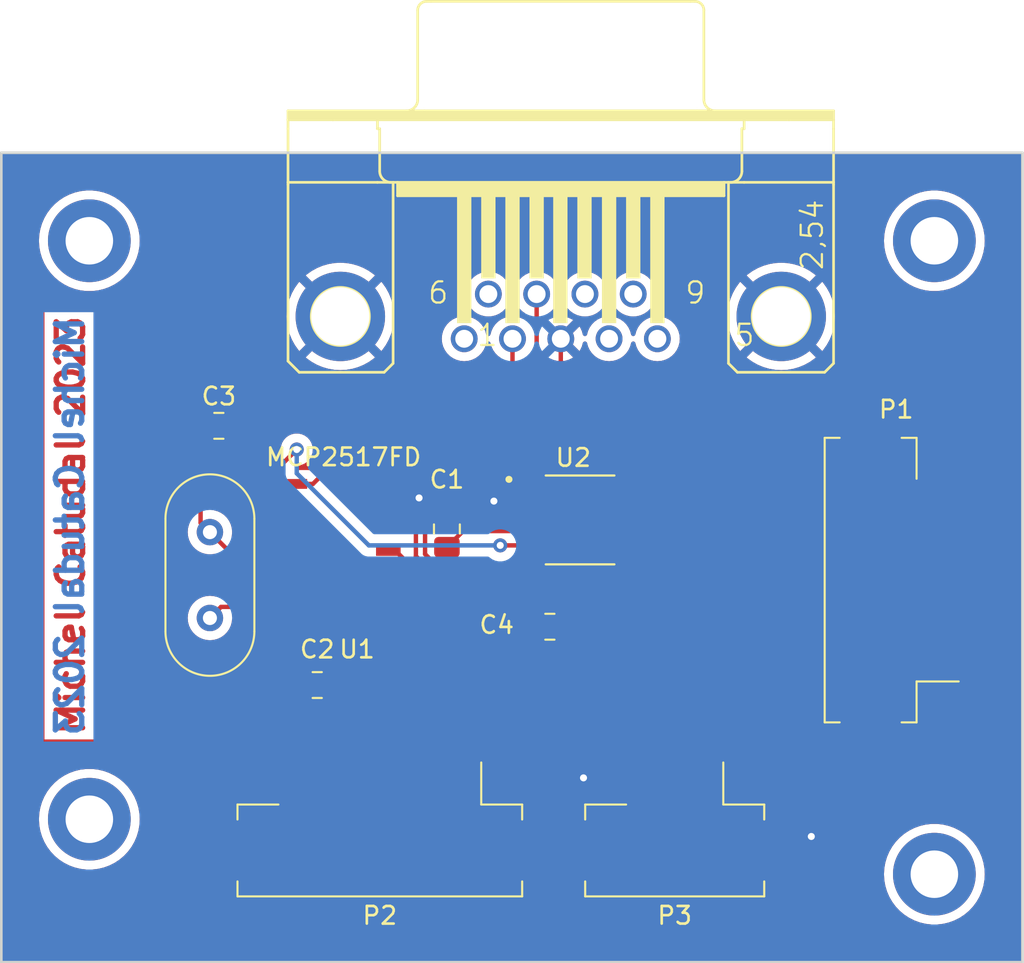
<source format=kicad_pcb>
(kicad_pcb (version 20240108) (generator "pcbnew") (generator_version "8.0")
  (title_block (title "USB MCP2517FD CAN") (date "2023-02-25") (rev "1.0"))
  (layers (0 "F.Cu" signal) (31 "B.Cu" signal) (34 "B.Paste" user) (35 "F.Paste" user) (36 "B.SilkS" user "B.Silkscreen") (37 "F.SilkS" user "F.Silkscreen") (38 "B.Mask" user) (39 "F.Mask" user) (44 "Edge.Cuts" user))
  (net 0 "")
  (net 1 "+3.3V")
  (net 2 "GND")
  (net 3 "Net-(U1-OSC1)")
  (net 4 "Net-(U1-OSC2)")
  (net 5 "Net-(P1-Pin_2)")
  (net 6 "Net-(P1-Pin_3)")
  (net 7 "Net-(P2-Pin_1)")
  (net 8 "Net-(P1-Pin_5)")
  (net 9 "Net-(P2-Pin_2)")
  (net 10 "Net-(U2-CANL)")
  (net 11 "Net-(P2-Pin_3)")
  (net 12 "Net-(P2-Pin_4)")
  (net 13 "Net-(P2-Pin_5)")
  (net 14 "Net-(U2-CANH)")
  (net 17 "Net-(U1-TXCAN)")
  (net 18 "Net-(U1-RXCAN)")
  (net 24 "Net-(P1-Pin_4)")
  (footprint "Capacitor_SMD:C_0805_2012Metric_Pad1.18x1.45mm_HandSolder" (layer "F.Cu") (at 143.1596 113.9354 180)
    (property "Reference" "C4" (at 3.02 0.11 180) (layer "F.SilkS"))
    (property "Value" "0.1uF")
    (fp_line (start -0.261252 0.735) (end 0.261252 0.735) (stroke (width 0.12)) (layer "F.SilkS"))
    (fp_line (start -0.261252 -0.735) (end 0.261252 -0.735) (stroke (width 0.12)) (layer "F.SilkS"))
    (pad "1" smd roundrect (at -1.0375 0 180) (size 1.175 1.45) (layers "F.Cu" "F.Paste" "F.Mask") (roundrect_rratio 0.2127659574) (net 1 "+3.3V"))
    (pad "2" smd roundrect (at 1.0375 0 180) (size 1.175 1.45) (layers "F.Cu" "F.Paste" "F.Mask") (roundrect_rratio 0.2127659574) (net 2 "GND"))
  )
  (footprint "MountingHole:MountingHole_2.7mm_M2.5_DIN965_Pad" (layer "F.Cu") (at 117 92)
    (property "Reference" "H1" (hide yes))
    (property "Value" "MountingHole" (hide yes))
    (pad "1" thru_hole circle (at 0 0) (size 4.7 4.7) (drill 2.7) (layers "*.Cu" "*.Mask"))
  )
  (footprint "MountingHole:MountingHole_2.7mm_M2.5_DIN965_Pad" (layer "F.Cu") (at 165 92)
    (property "Reference" "H2" (hide yes))
    (property "Value" "MountingHole" (hide yes))
    (pad "1" thru_hole circle (at 0 0) (size 4.7 4.7) (drill 2.7) (layers "*.Cu" "*.Mask"))
  )
  (footprint "MountingHole:MountingHole_2.7mm_M2.5_DIN965_Pad" (layer "F.Cu") (at 165 128)
    (property "Reference" "H4" (hide yes))
    (property "Value" "MountingHole" (hide yes))
    (pad "1" thru_hole circle (at 0 0) (size 4.7 4.7) (drill 2.7) (layers "*.Cu" "*.Mask"))
  )
  (footprint "MountingHole:MountingHole_2.7mm_M2.5_DIN965_Pad" (layer "F.Cu") (at 117 124.8768)
    (property "Reference" "H3" (hide yes))
    (property "Value" "MountingHole" (hide yes))
    (pad "1" thru_hole circle (at 0 0) (size 4.7 4.7) (drill 2.7) (layers "*.Cu" "*.Mask"))
  )
  (footprint "catu:F09HP" (layer "F.Cu") (at 143.7796 96.3)
    (property "Reference" "P4" (hide yes))
    (property "Value" "F09HP" (hide yes))
    (fp_line (start -15.494 -11.684) (end -7.747 -11.684) (stroke (width 0.1524)) (layer "F.SilkS"))
    (fp_line (start -15.494 -11.176) (end -15.494 -11.684) (stroke (width 0.1524)) (layer "F.SilkS"))
    (fp_line (start -15.494 -11.176) (end -12.954 -11.176) (stroke (width 0.1524)) (layer "F.SilkS"))
    (fp_line (start -15.494 -10.668) (end -15.494 -11.176) (stroke (width 0.1524)) (layer "F.SilkS"))
    (fp_line (start -15.494 -7.62) (end -15.494 -10.668) (stroke (width 0.1524)) (layer "F.SilkS"))
    (fp_line (start -15.494 -7.62) (end -15.494 -7.493) (stroke (width 0.1524)) (layer "F.SilkS"))
    (fp_line (start -15.494 -7.62) (end -10.414 -7.62) (stroke (width 0.1524)) (layer "F.SilkS"))
    (fp_line (start -15.494 2.54) (end -15.494 -7.493) (stroke (width 0.1524)) (layer "F.SilkS"))
    (fp_line (start -14.859 3.175) (end -15.494 2.54) (stroke (width 0.1524)) (layer "F.SilkS"))
    (fp_line (start -12.954 -11.176) (end -10.414 -11.176) (stroke (width 0.1524)) (layer "F.SilkS"))
    (fp_line (start -10.414 -11.176) (end 10.414 -11.176) (stroke (width 0.1524)) (layer "F.SilkS"))
    (fp_line (start -10.414 -10.668) (end -10.414 -11.176) (stroke (width 0.1524)) (layer "F.SilkS"))
    (fp_line (start -10.414 -10.668) (end -10.287 -10.668) (stroke (width 0.1524)) (layer "F.SilkS"))
    (fp_line (start -10.414 -7.62) (end -9.525 -7.62) (stroke (width 0.1524)) (layer "F.SilkS"))
    (fp_line (start -10.287 -8.255) (end -10.287 -10.668) (stroke (width 0.1524)) (layer "F.SilkS"))
    (fp_line (start -10.033 3.175) (end -14.859 3.175) (stroke (width 0.1524)) (layer "F.SilkS"))
    (fp_line (start -10.033 3.175) (end -9.525 2.667) (stroke (width 0.1524)) (layer "F.SilkS"))
    (fp_line (start -9.525 -7.62) (end -9.271 -7.62) (stroke (width 0.1524)) (layer "F.SilkS"))
    (fp_line (start -9.525 2.667) (end -9.525 -7.62) (stroke (width 0.1524)) (layer "F.SilkS"))
    (fp_line (start -9.271 -7.62) (end -9.271 -6.858) (stroke (width 0.1524)) (layer "F.SilkS"))
    (fp_line (start -9.271 -7.62) (end 9.271 -7.62) (stroke (width 0.1524)) (layer "F.SilkS"))
    (fp_line (start -9.271 -6.858) (end 9.271 -6.858) (stroke (width 0.1524)) (layer "F.SilkS"))
    (fp_line (start -8.128 -12.319) (end -8.128 -17.399) (stroke (width 0.1524)) (layer "F.SilkS"))
    (fp_line (start -7.747 -11.684) (end 7.747 -11.684) (stroke (width 0.1524)) (layer "F.SilkS"))
    (fp_line (start -7.62 -17.907) (end -7.366 -17.907) (stroke (width 0.1524)) (layer "F.SilkS"))
    (fp_line (start -7.366 -17.907) (end 7.366 -17.907) (stroke (width 0.1524)) (layer "F.SilkS"))
    (fp_line (start 7.366 -17.907) (end 7.62 -17.907) (stroke (width 0.1524)) (layer "F.SilkS"))
    (fp_line (start 7.747 -11.684) (end 15.494 -11.684) (stroke (width 0.1524)) (layer "F.SilkS"))
    (fp_line (start 8.128 -12.319) (end 8.128 -17.399) (stroke (width 0.1524)) (layer "F.SilkS"))
    (fp_line (start 9.271 -7.62) (end 9.271 -6.858) (stroke (width 0.1524)) (layer "F.SilkS"))
    (fp_line (start 9.271 -7.62) (end 9.525 -7.62) (stroke (width 0.1524)) (layer "F.SilkS"))
    (fp_line (start 9.525 -7.62) (end 10.414 -7.62) (stroke (width 0.1524)) (layer "F.SilkS"))
    (fp_line (start 9.525 2.667) (end 9.525 -7.62) (stroke (width 0.1524)) (layer "F.SilkS"))
    (fp_line (start 9.525 2.667) (end 10.033 3.175) (stroke (width 0.1524)) (layer "F.SilkS"))
    (fp_line (start 10.033 3.175) (end 14.986 3.175) (stroke (width 0.1524)) (layer "F.SilkS"))
    (fp_line (start 10.287 -10.668) (end 10.414 -10.668) (stroke (width 0.1524)) (layer "F.SilkS"))
    (fp_line (start 10.287 -8.255) (end 10.287 -10.668) (stroke (width 0.1524)) (layer "F.SilkS"))
    (fp_line (start 10.414 -11.176) (end 12.954 -11.176) (stroke (width 0.1524)) (layer "F.SilkS"))
    (fp_line (start 10.414 -10.668) (end 10.414 -11.176) (stroke (width 0.1524)) (layer "F.SilkS"))
    (fp_line (start 10.414 -7.62) (end 15.494 -7.62) (stroke (width 0.1524)) (layer "F.SilkS"))
    (fp_line (start 12.954 -11.176) (end 15.494 -11.176) (stroke (width 0.1524)) (layer "F.SilkS"))
    (fp_line (start 14.986 3.175) (end 15.494 2.667) (stroke (width 0.1524)) (layer "F.SilkS"))
    (fp_line (start 15.494 -11.684) (end 15.494 -11.176) (stroke (width 0.1524)) (layer "F.SilkS"))
    (fp_line (start 15.494 -11.176) (end 15.494 -10.668) (stroke (width 0.1524)) (layer "F.SilkS"))
    (fp_line (start 15.494 -10.668) (end 15.494 -7.62) (stroke (width 0.1524)) (layer "F.SilkS"))
    (fp_line (start 15.494 -7.62) (end 15.494 -7.493) (stroke (width 0.1524)) (layer "F.SilkS"))
    (fp_line (start 15.494 2.667) (end 15.494 -7.493) (stroke (width 0.1524)) (layer "F.SilkS"))
    (fp_arc (start -9.652 -7.62) (mid -10.101013 -7.805987) (end -10.287 -8.255) (stroke (width 0.1524)) (layer "F.SilkS"))
    (fp_arc (start -8.128 -17.399) (mid -7.97921 -17.75821) (end -7.62 -17.907) (stroke (width 0.1524)) (layer "F.SilkS"))
    (fp_arc (start -8.128 -12.319) (mid -8.313987 -11.869987) (end -8.763 -11.684) (stroke (width 0.1524)) (layer "F.SilkS"))
    (fp_arc (start 7.62 -17.907) (mid 7.97921 -17.75821) (end 8.128 -17.399) (stroke (width 0.1524)) (layer "F.SilkS"))
    (fp_arc (start 8.763 -11.684) (mid 8.313987 -11.869987) (end 8.128 -12.319) (stroke (width 0.1524)) (layer "F.SilkS"))
    (fp_arc (start 10.287 -8.255) (mid 10.101013 -7.805987) (end 9.652 -7.62) (stroke (width 0.1524)) (layer "F.SilkS"))
    (fp_circle (center -12.5222 0) (end -10.8712 0) (stroke (width 0.1524)) (fill none) (layer "F.SilkS"))
    (fp_circle (center 12.5222 0) (end 14.1732 0) (stroke (width 0.1524)) (fill none) (layer "F.SilkS"))
    (fp_poly (pts (xy -15.494 -11.176) (xy 15.494 -11.176) (xy 15.494 -11.684) (xy -15.494 -11.684)) (fill solid) (layer "F.SilkS"))
    (fp_poly (pts (xy -9.271 -6.858) (xy 9.271 -6.858) (xy 9.271 -7.62) (xy -9.271 -7.62)) (fill solid) (layer "F.SilkS"))
    (fp_poly (pts (xy -5.8928 0.381) (xy -5.08 0.381) (xy -5.08 -6.858) (xy -5.8928 -6.858)) (fill solid) (layer "F.SilkS"))
    (fp_poly (pts (xy -4.5212 -2.159) (xy -3.7084 -2.159) (xy -3.7084 -6.858) (xy -4.5212 -6.858)) (fill solid) (layer "F.SilkS"))
    (fp_poly (pts (xy -3.1496 0.381) (xy -2.3368 0.381) (xy -2.3368 -6.858) (xy -3.1496 -6.858)) (fill solid) (layer "F.SilkS"))
    (fp_poly (pts (xy -1.778 -2.159) (xy -0.9652 -2.159) (xy -0.9652 -6.858) (xy -1.778 -6.858)) (fill solid) (layer "F.SilkS"))
    (fp_poly (pts (xy -0.4318 0.381) (xy 0.381 0.381) (xy 0.381 -6.858) (xy -0.4318 -6.858)) (fill solid) (layer "F.SilkS"))
    (fp_poly (pts (xy 0.9398 -2.159) (xy 1.7526 -2.159) (xy 1.7526 -6.858) (xy 0.9398 -6.858)) (fill solid) (layer "F.SilkS"))
    (fp_poly (pts (xy 2.3368 0.381) (xy 3.1496 0.381) (xy 3.1496 -6.858) (xy 2.3368 -6.858)) (fill solid) (layer "F.SilkS"))
    (fp_poly (pts (xy 3.7084 -2.159) (xy 4.5212 -2.159) (xy 4.5212 -6.858) (xy 3.7084 -6.858)) (fill solid) (layer "F.SilkS"))
    (fp_poly (pts (xy 5.08 0.381) (xy 5.8928 0.381) (xy 5.8928 -6.858) (xy 5.08 -6.858)) (fill solid) (layer "F.SilkS"))
    (fp_text user "2,54" (at 14.986 -2.54 90) (layer "F.SilkS") (effects (font (size 1.2065 1.2065) (thickness 0.127)) (justify left bottom)))
    (fp_text user "5" (at 9.775 1.775 0) (layer "F.SilkS") (effects (font (size 1.2065 1.2065) (thickness 0.127)) (justify left bottom)))
    (fp_text user "1" (at -4.83 1.775 0) (layer "F.SilkS") (effects (font (size 1.2065 1.2065) (thickness 0.127)) (justify left bottom)))
    (fp_text user "9" (at 6.985 -0.635 0) (layer "F.SilkS") (effects (font (size 1.2065 1.2065) (thickness 0.127)) (justify left bottom)))
    (fp_text user "6" (at -7.62 -0.635 0) (layer "F.SilkS") (effects (font (size 1.2065 1.2065) (thickness 0.127)) (justify left bottom)))
    (pad "1" thru_hole circle (at -5.4864 1.27) (size 1.524 1.524) (drill 1.016) (layers "*.Cu" "*.Mask"))
    (pad "2" thru_hole circle (at -2.7432 1.27) (size 1.524 1.524) (drill 1.016) (layers "*.Cu" "*.Mask") (net 10 "Net-(U2-CANL)"))
    (pad "3" thru_hole circle (at 0 1.27) (size 1.524 1.524) (drill 1.016) (layers "*.Cu" "*.Mask") (net 2 "GND"))
    (pad "4" thru_hole circle (at 2.7432 1.27) (size 1.524 1.524) (drill 1.016) (layers "*.Cu" "*.Mask"))
    (pad "5" thru_hole circle (at 5.4864 1.27) (size 1.524 1.524) (drill 1.016) (layers "*.Cu" "*.Mask"))
    (pad "6" thru_hole circle (at -4.1148 -1.27) (size 1.524 1.524) (drill 1.016) (layers "*.Cu" "*.Mask"))
    (pad "7" thru_hole circle (at -1.3716 -1.27) (size 1.524 1.524) (drill 1.016) (layers "*.Cu" "*.Mask") (net 14 "Net-(U2-CANH)"))
    (pad "8" thru_hole circle (at 1.3716 -1.27) (size 1.524 1.524) (drill 1.016) (layers "*.Cu" "*.Mask"))
    (pad "9" thru_hole circle (at 4.1148 -1.27) (size 1.524 1.524) (drill 1.016) (layers "*.Cu" "*.Mask"))
    (pad "G1" thru_hole circle (at -12.5222 0) (size 5.08 5.08) (drill 3.302) (layers "*.Cu" "*.Mask") (net 2 "GND"))
    (pad "G2" thru_hole circle (at 12.5222 0) (size 5.08 5.08) (drill 3.302) (layers "*.Cu" "*.Mask") (net 2 "GND"))
  )
  (footprint "catu:SOIC127P599X175-8N" (layer "F.Cu") (at 144.8746 107.8654)
    (property "Reference" "U2" (at -0.385 -3.537 0) (layer "F.SilkS"))
    (property "Value" "SN65HVD234D")
    (fp_line (start -1.95 -2.525) (end 1.95 -2.525) (stroke (width 0.127)) (layer "F.SilkS"))
    (fp_line (start -1.95 2.525) (end 1.95 2.525) (stroke (width 0.127)) (layer "F.SilkS"))
    (fp_circle (center -4.04 -2.305) (end -3.94 -2.305) (stroke (width 0.2)) (fill none) (layer "F.SilkS"))
    (pad "1" smd roundrect (at -2.47 -1.905) (size 1.97 0.6) (layers "F.Cu" "F.Paste" "F.Mask") (roundrect_rratio 0.07) (net 17 "Net-(U1-TXCAN)"))
    (pad "2" smd roundrect (at -2.47 -0.635) (size 1.97 0.6) (layers "F.Cu" "F.Paste" "F.Mask") (roundrect_rratio 0.07) (net 2 "GND"))
    (pad "3" smd roundrect (at -2.47 0.635) (size 1.97 0.6) (layers "F.Cu" "F.Paste" "F.Mask") (roundrect_rratio 0.07) (net 1 "+3.3V"))
    (pad "4" smd roundrect (at -2.47 1.905) (size 1.97 0.6) (layers "F.Cu" "F.Paste" "F.Mask") (roundrect_rratio 0.07) (net 18 "Net-(U1-RXCAN)"))
    (pad "5" smd roundrect (at 2.47 1.905) (size 1.97 0.6) (layers "F.Cu" "F.Paste" "F.Mask") (roundrect_rratio 0.07) (net 1 "+3.3V"))
    (pad "6" smd roundrect (at 2.47 0.635) (size 1.97 0.6) (layers "F.Cu" "F.Paste" "F.Mask") (roundrect_rratio 0.07) (net 10 "Net-(U2-CANL)"))
    (pad "7" smd roundrect (at 2.47 -0.635) (size 1.97 0.6) (layers "F.Cu" "F.Paste" "F.Mask") (roundrect_rratio 0.07) (net 14 "Net-(U2-CANH)"))
    (pad "8" smd roundrect (at 2.47 -1.905) (size 1.97 0.6) (layers "F.Cu" "F.Paste" "F.Mask") (roundrect_rratio 0.07) (net 2 "GND"))
  )
  (footprint "Capacitor_SMD:C_0805_2012Metric_Pad1.18x1.45mm_HandSolder" (layer "F.Cu") (at 137.3106 108.3809 90)
    (property "Reference" "C1" (at 2.8155 0 180) (layer "F.SilkS"))
    (property "Value" "0.1uF")
    (fp_line (start -0.261252 -0.735) (end 0.261252 -0.735) (stroke (width 0.12)) (layer "F.SilkS"))
    (fp_line (start -0.261252 0.735) (end 0.261252 0.735) (stroke (width 0.12)) (layer "F.SilkS"))
    (pad "1" smd roundrect (at -1.0375 0 90) (size 1.175 1.45) (layers "F.Cu" "F.Paste" "F.Mask") (roundrect_rratio 0.2127659574) (net 1 "+3.3V"))
    (pad "2" smd roundrect (at 1.0375 0 90) (size 1.175 1.45) (layers "F.Cu" "F.Paste" "F.Mask") (roundrect_rratio 0.2127659574) (net 2 "GND"))
  )
  (footprint "Capacitor_SMD:C_0805_2012Metric_Pad1.18x1.45mm_HandSolder" (layer "F.Cu") (at 124.3566 102.5174)
    (property "Reference" "C3" (at 0 -1.68 0) (layer "F.SilkS"))
    (property "Value" "22pF")
    (fp_line (start -0.261252 -0.735) (end 0.261252 -0.735) (stroke (width 0.12)) (layer "F.SilkS"))
    (fp_line (start -0.261252 0.735) (end 0.261252 0.735) (stroke (width 0.12)) (layer "F.SilkS"))
    (pad "1" smd roundrect (at -1.0375 0) (size 1.175 1.45) (layers "F.Cu" "F.Paste" "F.Mask") (roundrect_rratio 0.2127659574) (net 4 "Net-(U1-OSC2)"))
    (pad "2" smd roundrect (at 1.0375 0) (size 1.175 1.45) (layers "F.Cu" "F.Paste" "F.Mask") (roundrect_rratio 0.2127659574) (net 2 "GND"))
  )
  (footprint "Connector_JST:JST_PH_B6B-PH-SM4-TB_1x06-1MP_P2.00mm_Vertical" (layer "F.Cu") (at 133.5 124.9 180)
    (property "Reference" "P2" (at 0 -5.45 0) (layer "F.SilkS"))
    (property "Value" "GPIOS1")
    (fp_line (start 8.085 0.86) (end 5.76 0.86) (stroke (width 0.12)) (layer "F.SilkS"))
    (fp_line (start 8.085 0.01) (end 8.085 0.86) (stroke (width 0.12)) (layer "F.SilkS"))
    (fp_line (start 8.085 -4.36) (end 8.085 -3.51) (stroke (width 0.12)) (layer "F.SilkS"))
    (fp_line (start -5.76 0.86) (end -5.76 3.25) (stroke (width 0.12)) (layer "F.SilkS"))
    (fp_line (start -8.085 0.86) (end -5.76 0.86) (stroke (width 0.12)) (layer "F.SilkS"))
    (fp_line (start -8.085 0.01) (end -8.085 0.86) (stroke (width 0.12)) (layer "F.SilkS"))
    (fp_line (start -8.085 -3.51) (end -8.085 -4.36) (stroke (width 0.12)) (layer "F.SilkS"))
    (fp_line (start -8.085 -4.36) (end 8.085 -4.36) (stroke (width 0.12)) (layer "F.SilkS"))
    (pad "1" smd roundrect (at -5 0.5 180) (size 1 5.5) (layers "F.Cu" "F.Paste" "F.Mask") (net 7 "Net-(P2-Pin_1)"))
    (pad "2" smd roundrect (at -3 0.5 180) (size 1 5.5) (layers "F.Cu" "F.Paste" "F.Mask") (net 9 "Net-(P2-Pin_2)"))
    (pad "3" smd roundrect (at -1 0.5 180) (size 1 5.5) (layers "F.Cu" "F.Paste" "F.Mask") (net 11 "Net-(P2-Pin_3)"))
    (pad "4" smd roundrect (at 1 0.5 180) (size 1 5.5) (layers "F.Cu" "F.Paste" "F.Mask") (net 12 "Net-(P2-Pin_4)"))
    (pad "5" smd roundrect (at 3 0.5 180) (size 1 5.5) (layers "F.Cu" "F.Paste" "F.Mask") (net 13 "Net-(P2-Pin_5)"))
    (pad "6" smd roundrect (at 5 0.5 180) (size 1 5.5) (layers "F.Cu" "F.Paste" "F.Mask") (net 2 "GND"))
    (pad "MP" smd roundrect (at -7.4 -1.75 180) (size 1.6 3) (layers "F.Cu" "F.Paste" "F.Mask") (roundrect_rratio 0.15625) (net 2 "GND"))
    (pad "MP" smd roundrect (at 7.4 -1.75 180) (size 1.6 3) (layers "F.Cu" "F.Paste" "F.Mask") (roundrect_rratio 0.15625) (net 2 "GND"))
  )
  (footprint "Crystal:Crystal_HC49-4H_Vertical" (layer "F.Cu") (at 123.8486 108.5594 -90)
    (property "Reference" "Y1" (hide yes))
    (property "Value" "16Mhz")
    (fp_line (start -0.76 2.525) (end 5.64 2.525) (stroke (width 0.12)) (layer "F.SilkS"))
    (fp_line (start -0.76 -2.525) (end 5.64 -2.525) (stroke (width 0.12)) (layer "F.SilkS"))
    (fp_arc (start -0.76 2.525) (mid -3.285 0) (end -0.76 -2.525) (stroke (width 0.12)) (layer "F.SilkS"))
    (fp_arc (start 5.64 -2.525) (mid 8.165 0) (end 5.64 2.525) (stroke (width 0.12)) (layer "F.SilkS"))
    (pad "1" thru_hole circle (at 0 0 270) (size 1.5 1.5) (drill 0.8) (layers "*.Cu" "*.Mask") (net 4 "Net-(U1-OSC2)"))
    (pad "2" thru_hole circle (at 4.88 0 270) (size 1.5 1.5) (drill 0.8) (layers "*.Cu" "*.Mask") (net 3 "Net-(U1-OSC1)"))
  )
  (footprint "Connector_JST:JST_PH_B6B-PH-SM4-TB_1x06-1MP_P2.00mm_Vertical" (layer "F.Cu") (at 163.1296 111.2854 90)
    (property "Reference" "P1" (at 9.7 -0.3 180) (layer "F.SilkS"))
    (property "Value" "SPI")
    (fp_line (start 8.085 -4.36) (end 8.085 -3.51) (stroke (width 0.12)) (layer "F.SilkS"))
    (fp_line (start -8.085 -4.36) (end 8.085 -4.36) (stroke (width 0.12)) (layer "F.SilkS"))
    (fp_line (start -8.085 -3.51) (end -8.085 -4.36) (stroke (width 0.12)) (layer "F.SilkS"))
    (fp_line (start 8.085 0.01) (end 8.085 0.86) (stroke (width 0.12)) (layer "F.SilkS"))
    (fp_line (start -8.085 0.01) (end -8.085 0.86) (stroke (width 0.12)) (layer "F.SilkS"))
    (fp_line (start 8.085 0.86) (end 5.76 0.86) (stroke (width 0.12)) (layer "F.SilkS"))
    (fp_line (start -5.76 0.86) (end -5.76 3.25) (stroke (width 0.12)) (layer "F.SilkS"))
    (fp_line (start -8.085 0.86) (end -5.76 0.86) (stroke (width 0.12)) (layer "F.SilkS"))
    (pad "1" smd roundrect (at -5 0.5 90) (size 1 5.5) (layers "F.Cu" "F.Paste" "F.Mask") (net 1 "+3.3V"))
    (pad "2" smd roundrect (at -3 0.5 90) (size 1 5.5) (layers "F.Cu" "F.Paste" "F.Mask") (net 5 "Net-(P1-Pin_2)"))
    (pad "3" smd roundrect (at -1 0.5 90) (size 1 5.5) (layers "F.Cu" "F.Paste" "F.Mask") (net 6 "Net-(P1-Pin_3)"))
    (pad "4" smd roundrect (at 1 0.5 90) (size 1 5.5) (layers "F.Cu" "F.Paste" "F.Mask") (net 24 "Net-(P1-Pin_4)"))
    (pad "5" smd roundrect (at 3 0.5 90) (size 1 5.5) (layers "F.Cu" "F.Paste" "F.Mask") (net 8 "Net-(P1-Pin_5)"))
    (pad "6" smd roundrect (at 5 0.5 90) (size 1 5.5) (layers "F.Cu" "F.Paste" "F.Mask") (net 2 "GND"))
    (pad "MP" smd roundrect (at -7.4 -1.75 90) (size 1.6 3) (layers "F.Cu" "F.Paste" "F.Mask") (roundrect_rratio 0.15625) (net 2 "GND"))
    (pad "MP" smd roundrect (at 7.4 -1.75 90) (size 1.6 3) (layers "F.Cu" "F.Paste" "F.Mask") (roundrect_rratio 0.15625) (net 2 "GND"))
  )
  (footprint "catu:MCP2518FD" (layer "F.Cu") (at 131.3289 109.6294)
    (property "Reference" "U1" (at 0.8763 5.588 0) (layer "F.SilkS"))
    (property "Value" "MCP2517FD" (at 0.1143 -5.334 0) (layer "F.SilkS"))
    (pad "1" smd rect (at -2.6543 -3.81) (size 1.397 0.5588) (layers "F.Cu" "F.Paste" "F.Mask") (net 17 "Net-(U1-TXCAN)"))
    (pad "2" smd rect (at -2.6543 -2.54) (size 1.397 0.5588) (layers "F.Cu" "F.Paste" "F.Mask") (net 18 "Net-(U1-RXCAN)"))
    (pad "3" smd rect (at -2.6543 -1.27) (size 1.397 0.5588) (layers "F.Cu" "F.Paste" "F.Mask"))
    (pad "4" smd rect (at -2.6543 0) (size 1.397 0.5588) (layers "F.Cu" "F.Paste" "F.Mask") (net 11 "Net-(P2-Pin_3)"))
    (pad "5" smd rect (at -2.6543 1.27) (size 1.397 0.5588) (layers "F.Cu" "F.Paste" "F.Mask") (net 4 "Net-(U1-OSC2)"))
    (pad "6" smd rect (at -2.6543 2.54) (size 1.397 0.5588) (layers "F.Cu" "F.Paste" "F.Mask") (net 3 "Net-(U1-OSC1)"))
    (pad "7" smd rect (at -2.6543 3.81) (size 1.397 0.5588) (layers "F.Cu" "F.Paste" "F.Mask") (net 2 "GND"))
    (pad "8" smd rect (at 2.6543 3.81) (size 1.397 0.5588) (layers "F.Cu" "F.Paste" "F.Mask") (net 9 "Net-(P2-Pin_2)"))
    (pad "9" smd rect (at 2.6543 2.54) (size 1.397 0.5588) (layers "F.Cu" "F.Paste" "F.Mask") (net 7 "Net-(P2-Pin_1)"))
    (pad "10" smd rect (at 2.6543 1.27) (size 1.397 0.5588) (layers "F.Cu" "F.Paste" "F.Mask") (net 5 "Net-(P1-Pin_2)"))
    (pad "11" smd rect (at 2.6543 0) (size 1.397 0.5588) (layers "F.Cu" "F.Paste" "F.Mask") (net 6 "Net-(P1-Pin_3)"))
    (pad "12" smd rect (at 2.6543 -1.27) (size 1.397 0.5588) (layers "F.Cu" "F.Paste" "F.Mask") (net 24 "Net-(P1-Pin_4)"))
    (pad "13" smd rect (at 2.6543 -2.54) (size 1.397 0.5588) (layers "F.Cu" "F.Paste" "F.Mask") (net 8 "Net-(P1-Pin_5)"))
    (pad "14" smd rect (at 2.6543 -3.81) (size 1.397 0.5588) (layers "F.Cu" "F.Paste" "F.Mask") (net 1 "+3.3V"))
  )
  (footprint "Capacitor_SMD:C_0805_2012Metric_Pad1.18x1.45mm_HandSolder" (layer "F.Cu") (at 129.9446 117.2494 180)
    (property "Reference" "C2" (at 0 2.032 0) (layer "F.SilkS"))
    (property "Value" "22pF")
    (fp_line (start -0.261252 0.735) (end 0.261252 0.735) (stroke (width 0.12)) (layer "F.SilkS"))
    (fp_line (start -0.261252 -0.735) (end 0.261252 -0.735) (stroke (width 0.12)) (layer "F.SilkS"))
    (pad "1" smd roundrect (at -1.0375 0 180) (size 1.175 1.45) (layers "F.Cu" "F.Paste" "F.Mask") (roundrect_rratio 0.2127659574) (net 3 "Net-(U1-OSC1)"))
    (pad "2" smd roundrect (at 1.0375 0 180) (size 1.175 1.45) (layers "F.Cu" "F.Paste" "F.Mask") (roundrect_rratio 0.2127659574) (net 2 "GND"))
  )
  (footprint "Connector_JST:JST_PH_B3B-PH-SM4-TB_1x03-1MP_P2.00mm_Vertical" (layer "F.Cu") (at 150.25 124.9 180)
    (property "Reference" "P3" (at 0 -5.45 0) (layer "F.SilkS"))
    (property "Value" "GPIOS2")
    (fp_line (start 5.085 0.86) (end 2.76 0.86) (stroke (width 0.12)) (layer "F.SilkS"))
    (fp_line (start 5.085 0.01) (end 5.085 0.86) (stroke (width 0.12)) (layer "F.SilkS"))
    (fp_line (start 5.085 -4.36) (end 5.085 -3.51) (stroke (width 0.12)) (layer "F.SilkS"))
    (fp_line (start -2.76 0.86) (end -2.76 3.25) (stroke (width 0.12)) (layer "F.SilkS"))
    (fp_line (start -5.085 0.86) (end -2.76 0.86) (stroke (width 0.12)) (layer "F.SilkS"))
    (fp_line (start -5.085 0.01) (end -5.085 0.86) (stroke (width 0.12)) (layer "F.SilkS"))
    (fp_line (start -5.085 -3.51) (end -5.085 -4.36) (stroke (width 0.12)) (layer "F.SilkS"))
    (fp_line (start -5.085 -4.36) (end 5.085 -4.36) (stroke (width 0.12)) (layer "F.SilkS"))
    (pad "1" smd roundrect (at -2 0.5 180) (size 1 5.5) (layers "F.Cu" "F.Paste" "F.Mask") (net 12 "Net-(P2-Pin_4)"))
    (pad "2" smd roundrect (at 0 0.5 180) (size 1 5.5) (layers "F.Cu" "F.Paste" "F.Mask") (net 13 "Net-(P2-Pin_5)"))
    (pad "3" smd roundrect (at 2 0.5 180) (size 1 5.5) (layers "F.Cu" "F.Paste" "F.Mask") (net 2 "GND"))
    (pad "MP" smd roundrect (at -4.4 -1.75 180) (size 1.6 3) (layers "F.Cu" "F.Paste" "F.Mask") (roundrect_rratio 0.15625) (net 2 "GND"))
    (pad "MP" smd roundrect (at 4.4 -1.75 180) (size 1.6 3) (layers "F.Cu" "F.Paste" "F.Mask") (roundrect_rratio 0.15625) (net 2 "GND"))
  )
  (gr_line (start 112 133) (end 170 133) (stroke (width 0.15)) (layer "Edge.Cuts"))
  (gr_line (start 112 133) (end 112 87) (stroke (width 0.15)) (layer "Edge.Cuts"))
  (gr_line (start 170 133) (end 170 87) (stroke (width 0.15)) (layer "Edge.Cuts"))
  (gr_line (start 112 87) (end 170 87) (stroke (width 0.15)) (layer "Edge.Cuts"))
  (gr_text "Michel Catudal 2023" (at 115.9396 108.1754 90) (layer "F.Cu") (effects (font (size 1.5 1.5) (thickness 0.3))))
  (gr_text "Michel Catudal 2023" (at 115.8896 108.2254 90) (layer "B.Cu") (effects (font (size 1.5 1.5) (thickness 0.3)) (justify mirror)))
  (segment (start 138.5932 108.5004) (end 138.4109 108.3181) (width 0.25) (layer "F.Cu") (net 1))
  (segment (start 145.3896 108.5004) (end 142.4046 108.5004) (width 0.25) (layer "F.Cu") (net 1))
  (segment (start 166.3546 107.4045) (end 166.7291 107.779) (width 0.25) (layer "F.Cu") (net 1))
  (segment (start 165.2373 116.2854) (end 163.6296 116.2854) (width 0.25) (layer "F.Cu") (net 1))
  (segment (start 163.6296 116.2854) (end 146.5471 116.2854) (width 0.25) (layer "F.Cu") (net 1))
  (segment (start 137.4997 105.8194) (end 138.4109 106.7306) (width 0.25) (layer "F.Cu") (net 1))
  (segment (start 142.4046 108.5004) (end 138.5932 108.5004) (width 0.25) (layer "F.Cu") (net 1))
  (segment (start 147.3446 109.7704) (end 147.7975 109.7704) (width 0.25) (layer "F.Cu") (net 1))
  (segment (start 147.3446 109.7704) (end 146.6596 109.7704) (width 0.25) (layer "F.Cu") (net 1))
  (segment (start 166.7291 114.7936) (end 165.2373 116.2854) (width 0.25) (layer "F.Cu") (net 1))
  (segment (start 138.4109 106.7306) (end 138.4109 108.3181) (width 0.25) (layer "F.Cu") (net 1))
  (segment (start 150.1634 107.4045) (end 166.3546 107.4045) (width 0.25) (layer "F.Cu") (net 1))
  (segment (start 138.4109 108.3181) (end 137.3106 109.4184) (width 0.25) (layer "F.Cu") (net 1))
  (segment (start 133.9832 105.8194) (end 137.4997 105.8194) (width 0.25) (layer "F.Cu") (net 1))
  (segment (start 166.7291 107.779) (end 166.7291 114.7936) (width 0.25) (layer "F.Cu") (net 1))
  (segment (start 146.5471 116.2854) (end 144.1971 113.9354) (width 0.25) (layer "F.Cu") (net 1))
  (segment (start 147.7975 109.7704) (end 150.1634 107.4045) (width 0.25) (layer "F.Cu") (net 1))
  (segment (start 146.6596 109.7704) (end 145.3896 108.5004) (width 0.25) (layer "F.Cu") (net 1))
  (segment (start 145.85 126.65) (end 148.1 124.4) (width 0.25) (layer "F.Cu") (net 2))
  (segment (start 140.4146 107.2304) (end 142.4046 107.2304) (width 0.25) (layer "F.Cu") (net 2))
  (segment (start 128.9071 117.2494) (end 128.5 117.6565) (width 0.25) (layer "F.Cu") (net 2))
  (segment (start 128.6746 117.0169) (end 128.9071 117.2494) (width 0.25) (layer "F.Cu") (net 2))
  (segment (start 140.9 126.65) (end 145.85 126.65) (width 0.25) (layer "F.Cu") (net 2))
  (segment (start 135.7296 106.6154) (end 135.8896 106.6254) (width 0.25) (layer "F.Cu") (net 2))
  (segment (start 146.8942 124.4) (end 145.0696 122.5254) (width 0.25) (layer "F.Cu") (net 2))
  (segment (start 148.25 124.4) (end 146.8942 124.4) (width 0.25) (layer "F.Cu") (net 2))
  (segment (start 128.5 117.6565) (end 128.5 124.4) (width 0.25) (layer "F.Cu") (net 2))
  (segment (start 137.3106 107.3434) (end 136.6076 107.3434) (width 0.25) (layer "F.Cu") (net 2))
  (segment (start 143.7796 102.3954) (end 143.7796 97.57) (width 0.25) (layer "F.Cu") (net 2))
  (segment (start 147.3446 105.9604) (end 143.7796 102.3954) (width 0.25) (layer "F.Cu") (net 2))
  (segment (start 158.0096 125.8554) (end 155.4446 125.8554) (width 0.25) (layer "F.Cu") (net 2))
  (segment (start 155.4446 125.8554) (end 154.65 126.65) (width 0.25) (layer "F.Cu") (net 2))
  (segment (start 145.0696 122.5254) (end 145.1796 122.6854) (width 0.25) (layer "F.Cu") (net 2))
  (segment (start 128.6746 113.4394) (end 128.6746 117.0169) (width 0.25) (layer "F.Cu") (net 2))
  (segment (start 139.9796 106.7954) (end 140.4146 107.2304) (width 0.25) (layer "F.Cu") (net 2))
  (segment (start 148.1 124.4) (end 148.25 124.4) (width 0.25) (layer "F.Cu") (net 2))
  (segment (start 136.6076 107.3434) (end 135.7296 106.6154) (width 0.25) (layer "F.Cu") (net 2))
  (via (at 139.9796 106.7954) (size 0.8) (drill 0.4) (layers "F.Cu" "B.Cu") (net 2))
  (via (at 158.0096 125.8554) (size 0.8) (drill 0.4) (layers "F.Cu" "B.Cu") (net 2))
  (via (at 135.7296 106.6154) (size 0.8) (drill 0.4) (layers "F.Cu" "B.Cu") (net 2))
  (via (at 145.0696 122.5254) (size 0.8) (drill 0.4) (layers "F.Cu" "B.Cu") (net 2))
  (segment (start 135.7296 106.6154) (end 139.9196 106.6154) (width 0.25) (layer "B.Cu") (net 2))
  (segment (start 139.9196 106.6154) (end 139.9796 106.7954) (width 0.25) (layer "B.Cu") (net 2))
  (segment (start 145.0696 122.5254) (end 154.6796 122.5254) (width 0.25) (layer "B.Cu") (net 2))
  (segment (start 139.9796 106.7954) (end 139.9496 106.6454) (width 0.25) (layer "B.Cu") (net 2))
  (segment (start 154.6796 122.5254) (end 158.0096 125.8554) (width 0.25) (layer "B.Cu") (net 2))
  (segment (start 127.6492 112.1694) (end 127.6492 112.7644) (width 0.25) (layer "F.Cu") (net 3))
  (segment (start 124.4804 112.8076) (end 123.8486 113.4394) (width 0.25) (layer "F.Cu") (net 3))
  (segment (start 127.606 112.8076) (end 124.4804 112.8076) (width 0.25) (layer "F.Cu") (net 3))
  (segment (start 130.9821 114.2545) (end 130.9821 117.2494) (width 0.25) (layer "F.Cu") (net 3))
  (segment (start 127.606 112.8076) (end 129.5352 112.8076) (width 0.25) (layer "F.Cu") (net 3))
  (segment (start 127.6492 112.7644) (end 127.606 112.8076) (width 0.25) (layer "F.Cu") (net 3))
  (segment (start 128.6746 112.1694) (end 127.6492 112.1694) (width 0.25) (layer "F.Cu") (net 3))
  (segment (start 129.5352 112.8076) (end 130.9821 114.2545) (width 0.25) (layer "F.Cu") (net 3))
  (segment (start 126.1886 110.8994) (end 123.8486 108.5594) (width 0.25) (layer "F.Cu") (net 4))
  (segment (start 128.6746 110.8994) (end 126.1886 110.8994) (width 0.25) (layer "F.Cu") (net 4))
  (segment (start 123.3191 102.5174) (end 123.3191 108.0299) (width 0.25) (layer "F.Cu") (net 4))
  (segment (start 123.3191 108.0299) (end 123.8486 108.5594) (width 0.25) (layer "F.Cu") (net 4))
  (segment (start 154.0549 114.2854) (end 163.6296 114.2854) (width 0.25) (layer "F.Cu") (net 5))
  (segment (start 133.9832 110.8994) (end 135.0086 110.8994) (width 0.25) (layer "F.Cu") (net 5))
  (segment (start 135.0086 110.8994) (end 136.919 112.8098) (width 0.25) (layer "F.Cu") (net 5))
  (segment (start 136.919 112.8098) (end 152.5793 112.8098) (width 0.25) (layer "F.Cu") (net 5))
  (segment (start 152.5793 112.8098) (end 154.0549 114.2854) (width 0.25) (layer "F.Cu") (net 5))
  (segment (start 137.0583 112.2854) (end 163.6296 112.2854) (width 0.25) (layer "F.Cu") (net 6))
  (segment (start 134.4023 109.6294) (end 137.0583 112.2854) (width 0.25) (layer "F.Cu") (net 6))
  (segment (start 133.9832 109.6294) (end 134.4023 109.6294) (width 0.25) (layer "F.Cu") (net 6))
  (segment (start 138.5 115.6608) (end 138.5 124.4) (width 0.25) (layer "F.Cu") (net 7))
  (segment (start 135.0086 112.1694) (end 138.5 115.6608) (width 0.25) (layer "F.Cu") (net 7))
  (segment (start 133.9832 112.1694) (end 135.0086 112.1694) (width 0.25) (layer "F.Cu") (net 7))
  (segment (start 135.0086 107.0894) (end 136.0696 108.1504) (width 0.25) (layer "F.Cu") (net 8))
  (segment (start 155.8807 108.2854) (end 163.6296 108.2854) (width 0.25) (layer "F.Cu") (net 8))
  (segment (start 136.6698 110.4084) (end 153.7577 110.4084) (width 0.25) (layer "F.Cu") (net 8))
  (segment (start 136.0696 109.8082) (end 136.6698 110.4084) (width 0.25) (layer "F.Cu") (net 8))
  (segment (start 133.9832 107.0894) (end 135.0086 107.0894) (width 0.25) (layer "F.Cu") (net 8))
  (segment (start 136.0696 108.1504) (end 136.0696 109.8082) (width 0.25) (layer "F.Cu") (net 8))
  (segment (start 153.7577 110.4084) (end 155.8807 108.2854) (width 0.25) (layer "F.Cu") (net 8))
  (segment (start 135.0086 113.4394) (end 136.5 114.9308) (width 0.25) (layer "F.Cu") (net 9))
  (segment (start 133.9832 113.4394) (end 135.0086 113.4394) (width 0.25) (layer "F.Cu") (net 9))
  (segment (start 136.5 114.9308) (end 136.5 124.4) (width 0.25) (layer "F.Cu") (net 9))
  (segment (start 146.8837 108.5004) (end 141.0364 102.6531) (width 0.25) (layer "F.Cu") (net 10))
  (segment (start 141.0364 102.6531) (end 141.0364 97.57) (width 0.25) (layer "F.Cu") (net 10))
  (segment (start 147.3446 108.5004) (end 146.8837 108.5004) (width 0.25) (layer "F.Cu") (net 10))
  (segment (start 129.7 112.0476) (end 129.7 109.6294) (width 0.25) (layer "F.Cu") (net 11))
  (segment (start 128.6746 109.6294) (end 129.7 109.6294) (width 0.25) (layer "F.Cu") (net 11))
  (segment (start 134.5 124.4) (end 134.5 116.8476) (width 0.25) (layer "F.Cu") (net 11))
  (segment (start 134.5 116.8476) (end 129.7 112.0476) (width 0.25) (layer "F.Cu") (net 11))
  (segment (start 138.9923 127.5009) (end 139.3907 127.1025) (width 0.25) (layer "F.Cu") (net 12))
  (segment (start 134.0337 127.5009) (end 138.9923 127.5009) (width 0.25) (layer "F.Cu") (net 12))
  (segment (start 150.8085 121.311) (end 152.25 122.7525) (width 0.25) (layer "F.Cu") (net 12))
  (segment (start 139.3907 127.1025) (end 139.3907 125.5358) (width 0.25) (layer "F.Cu") (net 12))
  (segment (start 143.6155 121.311) (end 150.8085 121.311) (width 0.25) (layer "F.Cu") (net 12))
  (segment (start 132.5 124.4) (end 132.5 125.9672) (width 0.25) (layer "F.Cu") (net 12))
  (segment (start 132.5 125.9672) (end 134.0337 127.5009) (width 0.25) (layer "F.Cu") (net 12))
  (segment (start 152.25 122.7525) (end 152.25 124.4) (width 0.25) (layer "F.Cu") (net 12))
  (segment (start 139.3907 125.5358) (end 143.6155 121.311) (width 0.25) (layer "F.Cu") (net 12))
  (segment (start 130.5 124.4) (end 130.5 126.0343) (width 0.25) (layer "F.Cu") (net 13))
  (segment (start 150.25 126.0631) (end 150.25 124.4) (width 0.25) (layer "F.Cu") (net 13))
  (segment (start 132.9483 128.4826) (end 147.8305 128.4826) (width 0.25) (layer "F.Cu") (net 13))
  (segment (start 130.5 126.0343) (end 132.9483 128.4826) (width 0.25) (layer "F.Cu") (net 13))
  (segment (start 147.8305 128.4826) (end 150.25 126.0631) (width 0.25) (layer "F.Cu") (net 13))
  (segment (start 147.3446 107.2304) (end 146.8642 107.2304) (width 0.25) (layer "F.Cu") (net 14))
  (segment (start 142.408 102.7742) (end 142.408 95.03) (width 0.25) (layer "F.Cu") (net 14))
  (segment (start 146.8642 107.2304) (end 142.408 102.7742) (width 0.25) (layer "F.Cu") (net 14))
  (segment (start 129.7 105.8194) (end 130.3064 105.213) (width 0.25) (layer "F.Cu") (net 17))
  (segment (start 130.3064 105.213) (end 141.6572 105.213) (width 0.25) (layer "F.Cu") (net 17))
  (segment (start 141.6572 105.213) (end 142.4046 105.9604) (width 0.25) (layer "F.Cu") (net 17))
  (segment (start 128.6746 105.8194) (end 129.7 105.8194) (width 0.25) (layer "F.Cu") (net 17))
  (segment (start 140.3394 109.3127) (end 141.9469 109.3127) (width 0.25) (layer "F.Cu") (net 18))
  (segment (start 141.9469 109.3127) (end 142.4046 109.7704) (width 0.25) (layer "F.Cu") (net 18))
  (segment (start 128.6746 107.0894) (end 127.6492 107.0894) (width 0.25) (layer "F.Cu") (net 18))
  (segment (start 127.6492 104.9951) (end 128.7808 103.8635) (width 0.25) (layer "F.Cu") (net 18))
  (segment (start 127.6492 107.0894) (end 127.6492 104.9951) (width 0.25) (layer "F.Cu") (net 18))
  (via (at 140.3394 109.3127) (size 0.8) (drill 0.4) (layers "F.Cu" "B.Cu") (net 18))
  (via (at 128.7808 103.8635) (size 0.8) (drill 0.4) (layers "F.Cu" "B.Cu") (net 18))
  (segment (start 132.8769 109.3127) (end 140.3394 109.3127) (width 0.25) (layer "B.Cu") (net 18))
  (segment (start 128.7808 105.2166) (end 132.8769 109.3127) (width 0.25) (layer "B.Cu") (net 18))
  (segment (start 128.7808 103.8635) (end 128.7808 105.2166) (width 0.25) (layer "B.Cu") (net 18))
  (segment (start 133.9832 108.3594) (end 135.3236 108.3594) (width 0.25) (layer "F.Cu") (net 24))
  (segment (start 155.3496 110.9654) (end 156.0496 110.2654) (width 0.25) (layer "F.Cu") (net 24))
  (segment (start 135.5496 108.5854) (end 135.5496 109.924596) (width 0.25) (layer "F.Cu") (net 24))
  (segment (start 136.590404 110.9654) (end 155.3496 110.9654) (width 0.25) (layer "F.Cu") (net 24))
  (segment (start 163.6096 110.2654) (end 163.6296 110.2854) (width 0.25) (layer "F.Cu") (net 24))
  (segment (start 135.3236 108.3594) (end 135.5496 108.5854) (width 0.25) (layer "F.Cu") (net 24))
  (segment (start 135.5496 109.924596) (end 136.590404 110.9654) (width 0.25) (layer "F.Cu") (net 24))
  (segment (start 156.0496 110.2654) (end 163.6096 110.2654) (width 0.25) (layer "F.Cu") (net 24))
  (zone (net 2) (net_name "GND") (layer "F.Cu") (connect_pads (clearance 0.508)) (min_thickness 0.254) (fill yes (thermal_gap 0.508) (thermal_bridge_width 0.508))
    (polygon (pts (xy 112.0404 86.7702) (xy 111.9896 132.9474) (xy 170.0796 133.0654) (xy 170.1096 86.7854)))
  )
  (zone (net 2) (net_name "GND") (layer "B.Cu") (connect_pads (clearance 0.508)) (min_thickness 0.254) (fill yes (thermal_gap 0.508) (thermal_bridge_width 0.508))
    (polygon (pts (xy 112.0404 86.7702) (xy 111.9896 132.9474) (xy 170.0596 133.0754) (xy 170.1096 86.7854)))
  )
)
</source>
